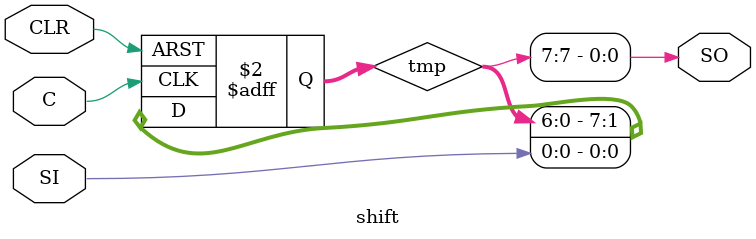
<source format=sv>
module shift (C, CLR, SI, SO); 
  input  C,SI,CLR; 
  output SO; 
  reg [7:0] tmp; 
  
  always @(posedge C or posedge CLR) 
    begin 
      if (CLR) 
        tmp = 8'b00000000; 
      else 
        begin 
          tmp = {tmp[6:0], SI}; 
        end  
 
    end 
  assign SO  = tmp[7]; 
endmodule 
</source>
